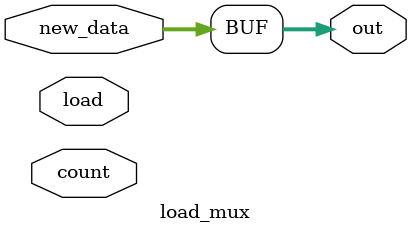
<source format=sv>
`timescale 1ns / 1ps

module load_mux #(parameter n=4 )(

input logic [n-1:0]new_data,
input logic [n-1:0]count,
input logic load,
output logic [n-1:0]out

    );
    
always @ (*)
begin 
 if (load==1)
         out=new_data;
 else 
         out=new_data;
    
   end  
   
endmodule

</source>
